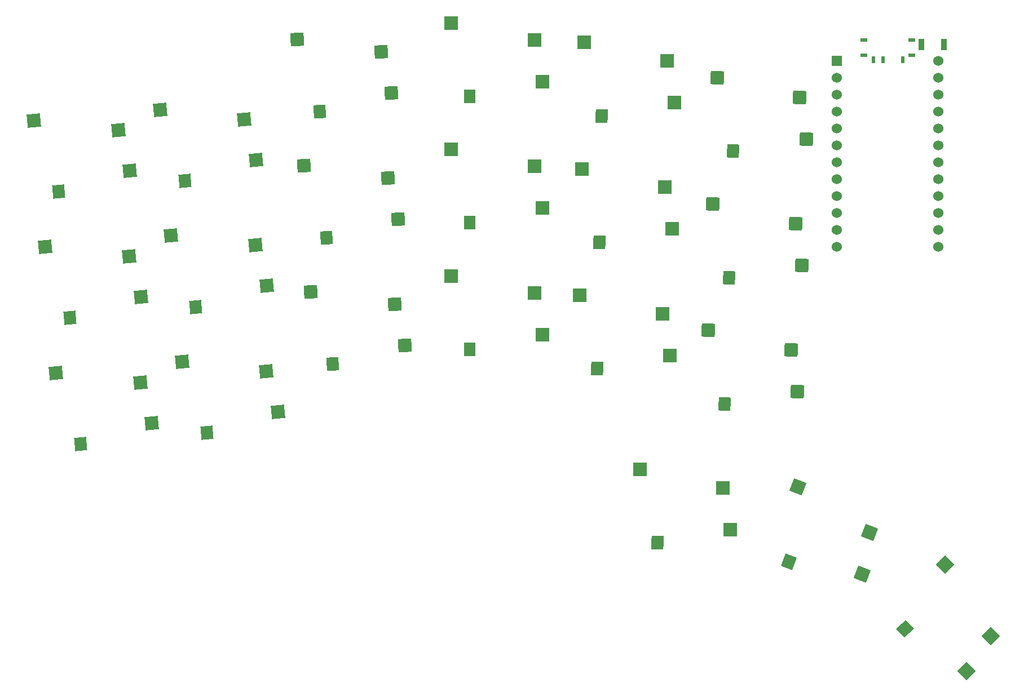
<source format=gtp>
G04 #@! TF.GenerationSoftware,KiCad,Pcbnew,8.0.4*
G04 #@! TF.CreationDate,2024-08-27T16:31:29+02:00*
G04 #@! TF.ProjectId,totem_0_3,746f7465-6d5f-4305-9f33-2e6b69636164,0.3*
G04 #@! TF.SameCoordinates,Original*
G04 #@! TF.FileFunction,Paste,Top*
G04 #@! TF.FilePolarity,Positive*
%FSLAX46Y46*%
G04 Gerber Fmt 4.6, Leading zero omitted, Abs format (unit mm)*
G04 Created by KiCad (PCBNEW 8.0.4) date 2024-08-27 16:31:29*
%MOMM*%
%LPD*%
G01*
G04 APERTURE LIST*
G04 Aperture macros list*
%AMRotRect*
0 Rectangle, with rotation*
0 The origin of the aperture is its center*
0 $1 length*
0 $2 width*
0 $3 Rotation angle, in degrees counterclockwise*
0 Add horizontal line*
21,1,$1,$2,0,0,$3*%
G04 Aperture macros list end*
%ADD10RotRect,2.000000X2.000000X178.000000*%
%ADD11RotRect,1.800000X2.000000X178.000000*%
%ADD12RotRect,2.000000X2.000000X185.000000*%
%ADD13RotRect,1.800000X2.000000X185.000000*%
%ADD14R,0.600000X1.000000*%
%ADD15R,1.000000X0.600000*%
%ADD16R,1.100000X0.600000*%
%ADD17RotRect,2.000000X2.000000X183.000000*%
%ADD18RotRect,1.800000X2.000000X183.000000*%
%ADD19R,2.000000X2.000000*%
%ADD20R,1.800000X2.000000*%
%ADD21RotRect,2.000000X2.000000X179.000000*%
%ADD22RotRect,1.800000X2.000000X179.000000*%
%ADD23C,1.524000*%
%ADD24R,1.524000X1.524000*%
%ADD25RotRect,2.000000X2.000000X134.000000*%
%ADD26RotRect,1.800000X2.000000X134.000000*%
%ADD27RotRect,2.000000X2.000000X159.000000*%
%ADD28RotRect,1.800000X2.000000X159.000000*%
%ADD29R,0.900000X1.700000*%
G04 APERTURE END LIST*
D10*
X139232019Y-96105668D03*
X152617256Y-105358442D03*
D11*
X141647117Y-107176698D03*
D10*
X151635759Y-99080365D03*
D12*
X56885314Y-62965495D03*
X71298408Y-70518051D03*
D13*
X60631629Y-73659677D03*
D12*
X69559123Y-64406383D03*
D14*
X163988400Y-55492400D03*
X165488400Y-55492400D03*
X168388400Y-55492400D03*
D15*
X162588400Y-54785400D03*
D16*
X169788400Y-54785400D03*
X162588400Y-52499400D03*
D15*
X169788400Y-52499400D03*
D17*
X77500616Y-52409391D03*
X91641350Y-60460356D03*
D18*
X80871427Y-63227803D03*
D17*
X90116418Y-54291711D03*
D19*
X100621522Y-68961942D03*
X114321522Y-77741942D03*
D20*
X103421522Y-79941942D03*
D19*
X113121522Y-71501942D03*
D10*
X140558201Y-58128814D03*
X153943438Y-67381588D03*
D11*
X142973299Y-69199844D03*
D10*
X152961941Y-61103511D03*
D12*
X39613575Y-83549151D03*
X54026669Y-91101707D03*
D13*
X43359890Y-94243333D03*
D12*
X52287384Y-84990039D03*
D19*
X100621521Y-49961941D03*
X114321521Y-58741941D03*
D20*
X103421521Y-60941941D03*
D19*
X113121521Y-52501941D03*
D21*
X120594221Y-52870765D03*
X134138902Y-61888526D03*
D22*
X123202167Y-63897960D03*
D21*
X133047988Y-55628533D03*
D23*
X173785803Y-55647359D03*
X158545803Y-55647359D03*
D24*
X158545803Y-55647359D03*
D23*
X173785803Y-58187359D03*
X158545803Y-58187359D03*
X173785803Y-60727359D03*
X158545803Y-60727359D03*
X173785803Y-63267359D03*
X158545803Y-63267359D03*
X173785803Y-65807359D03*
X158545803Y-65807359D03*
X173785803Y-68347359D03*
X158545803Y-68347359D03*
X173785803Y-70887359D03*
X158545803Y-70887359D03*
X173785803Y-73427359D03*
X158545803Y-73427359D03*
X173785803Y-75967359D03*
X158545803Y-75967359D03*
X173785803Y-78507359D03*
X158545803Y-78507359D03*
X173785803Y-81047359D03*
X158545803Y-81047359D03*
X173785803Y-83587359D03*
X158545803Y-83587359D03*
D21*
X128975821Y-117026818D03*
X142520502Y-126044579D03*
D22*
X131583767Y-128054013D03*
D21*
X141429588Y-119784586D03*
D17*
X78495001Y-71383348D03*
X92635735Y-79434313D03*
D18*
X81865812Y-82201760D03*
D17*
X91110803Y-73265668D03*
D25*
X174754234Y-131354428D03*
X177955251Y-147308483D03*
D26*
X168800927Y-140995928D03*
D25*
X181610341Y-142110607D03*
D10*
X139895110Y-77117243D03*
X153280347Y-86370017D03*
D11*
X142310208Y-88188273D03*
D10*
X152298850Y-80091940D03*
D12*
X41273892Y-102526660D03*
X55686986Y-110079216D03*
D13*
X45020207Y-113220842D03*
D12*
X53947701Y-103967548D03*
X60197231Y-100820894D03*
X74610325Y-108373450D03*
D13*
X63943546Y-111515076D03*
D12*
X72871040Y-102261782D03*
D19*
X100621519Y-87961939D03*
X114321519Y-96741939D03*
D20*
X103421519Y-98941939D03*
D19*
X113121519Y-90501939D03*
D17*
X79489383Y-90357314D03*
X93630117Y-98408279D03*
D18*
X82860194Y-101175726D03*
D17*
X92105185Y-92239634D03*
D27*
X152685033Y-119654164D03*
X162328613Y-132760641D03*
D28*
X151364178Y-130908307D03*
D27*
X163444534Y-126505058D03*
D12*
X37953258Y-64571642D03*
X52366352Y-72124198D03*
D13*
X41699573Y-75265824D03*
D12*
X50627067Y-66012530D03*
D21*
X119931033Y-90864982D03*
X133475714Y-99882743D03*
D22*
X122538979Y-101892177D03*
D21*
X132384800Y-93622750D03*
X120262627Y-71867874D03*
X133807308Y-80885635D03*
D22*
X122870573Y-82895069D03*
D21*
X132716394Y-74625642D03*
D12*
X58541271Y-81893195D03*
X72954365Y-89445751D03*
D13*
X62287586Y-92587377D03*
D12*
X71215080Y-83334083D03*
D29*
X171194400Y-53188800D03*
X174594400Y-53188800D03*
M02*

</source>
